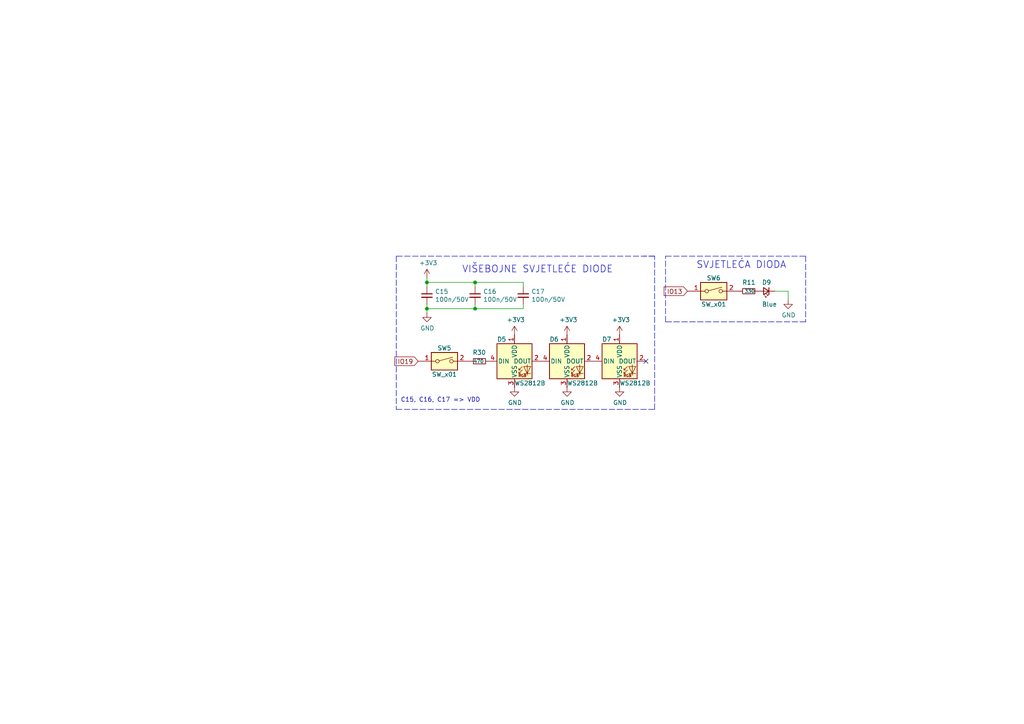
<source format=kicad_sch>
(kicad_sch (version 20211123) (generator eeschema)
  (paper "A4")
  (title_block (title "ESP32IoTPlatform") (date "2022-02-09") (rev "v4r1") (company "TVZ"))
  (lib_symbols
    (symbol "Device:C_Small" (pin_numbers hide) (pin_names (offset 0.254) hide)
      (property "Reference" "C" (at 0.254 1.778 0))
      (property "Value" "C_Small" (at 0.254 -2.032 0))
      (symbol "C_Small_0_1"
        (polyline (pts (xy -1.524 -0.508) (xy 1.524 -0.508)) (stroke (width 0.3302)))
        (polyline (pts (xy -1.524 0.508) (xy 1.524 0.508)) (stroke (width 0.3048)))
      )
      (symbol "C_Small_1_1"
        (pin passive line (at 0 2.54 270) (length 2.032) (name "~") (number "1"))
        (pin passive line (at 0 -2.54 90) (length 2.032) (name "~") (number "2"))
      )
    )
    (symbol "Device:LED_Small" (pin_numbers hide) (pin_names (offset 0.254) hide)
      (property "Reference" "D" (at -1.27 3.175 0))
      (property "Value" "LED_Small" (at -4.445 -2.54 0))
      (symbol "LED_Small_0_1"
        (polyline (pts (xy -0.762 -1.016) (xy -0.762 1.016)) (stroke (width 0.254)))
        (polyline (pts (xy 1.016 0) (xy -0.762 0)))
        (polyline (pts (xy 0.762 -1.016) (xy -0.762 0) (xy 0.762 1.016) (xy 0.762 -1.016)) (stroke (width 0.254)))
        (polyline (pts (xy 0 0.762) (xy -0.508 1.27) (xy -0.254 1.27) (xy -0.508 1.27) (xy -0.508 1.016)))
        (polyline (pts (xy 0.508 1.27) (xy 0 1.778) (xy 0.254 1.778) (xy 0 1.778) (xy 0 1.524)))
      )
      (symbol "LED_Small_1_1"
        (pin passive line (at -2.54 0 0) (length 1.778) (name "K") (number "1"))
        (pin passive line (at 2.54 0 180) (length 1.778) (name "A") (number "2"))
      )
    )
    (symbol "Device:R_Small" (pin_numbers hide) (pin_names (offset 0.254) hide)
      (property "Reference" "R" (at 0.762 0.508 0))
      (property "Value" "R_Small" (at 0.762 -1.016 0))
      (symbol "R_Small_0_1"
        (rectangle (start -0.762 1.778) (end 0.762 -1.778) (stroke (width 0.2032)))
      )
      (symbol "R_Small_1_1"
        (pin passive line (at 0 2.54 270) (length 0.762) (name "~") (number "1"))
        (pin passive line (at 0 -2.54 90) (length 0.762) (name "~") (number "2"))
      )
    )
    (symbol "LED:WS2812B" (pin_names (offset 0.254))
      (property "Reference" "D" (at 5.08 5.715 0))
      (property "Value" "WS2812B" (at 1.27 -5.715 0))
      (symbol "WS2812B_0_0"
        (text "RGB" (at 2.286 -4.191 0) (effects (font (size 0.762 0.762))))
      )
      (symbol "WS2812B_0_1"
        (polyline (pts (xy 1.27 -3.556) (xy 1.778 -3.556)))
        (polyline (pts (xy 1.27 -2.54) (xy 1.778 -2.54)))
        (polyline (pts (xy 4.699 -3.556) (xy 2.667 -3.556)))
        (polyline (pts (xy 2.286 -2.54) (xy 1.27 -3.556) (xy 1.27 -3.048)))
        (polyline (pts (xy 2.286 -1.524) (xy 1.27 -2.54) (xy 1.27 -2.032)))
        (polyline (pts (xy 3.683 -1.016) (xy 3.683 -3.556) (xy 3.683 -4.064)))
        (polyline (pts (xy 4.699 -1.524) (xy 2.667 -1.524) (xy 3.683 -3.556) (xy 4.699 -1.524)))
        (rectangle (start 5.08 5.08) (end -5.08 -5.08) (stroke (width 0.254)) (fill (type background)))
      )
      (symbol "WS2812B_1_1"
        (pin power_in line (at 0 7.62 270) (length 2.54) (name "VDD") (number "1"))
        (pin output line (at 7.62 0 180) (length 2.54) (name "DOUT") (number "2"))
        (pin power_in line (at 0 -7.62 90) (length 2.54) (name "VSS") (number "3"))
        (pin input line (at -7.62 0 0) (length 2.54) (name "DIN") (number "4"))
      )
    )
    (symbol "Switch:SW_DIP_x01" (pin_names (offset 0) hide)
      (property "Reference" "SW" (at 0 3.81 0))
      (property "Value" "SW_DIP_x01" (at 0 -3.81 0))
      (symbol "SW_DIP_x01_0_0"
        (circle (center -2.032 0) (radius 0.508))
        (polyline (pts (xy -1.524 0.127) (xy 2.3622 1.1684)))
        (circle (center 2.032 0) (radius 0.508))
      )
      (symbol "SW_DIP_x01_0_1"
        (rectangle (start -3.81 2.54) (end 3.81 -2.54) (stroke (width 0.254)) (fill (type background)))
      )
      (symbol "SW_DIP_x01_1_1"
        (pin passive line (at -7.62 0 0) (length 5.08) (name "~") (number "1"))
        (pin passive line (at 7.62 0 180) (length 5.08) (name "~") (number "2"))
      )
    )
    (symbol "power:+3V3" (power) (pin_names (offset 0))
      (property "Value" "+3V3" (at 0 3.556 0))
      (symbol "+3V3_0_1"
        (polyline (pts (xy -0.762 1.27) (xy 0 2.54)))
        (polyline (pts (xy 0 0) (xy 0 2.54)))
        (polyline (pts (xy 0 2.54) (xy 0.762 1.27)))
      )
      (symbol "+3V3_1_1"
        (pin power_in line (at 0 0 90) (length 0) hide (name "+3V3") (number "1"))
      )
    )
    (symbol "power:GND" (power) (pin_names (offset 0))
      (property "Value" "GND" (at 0 -3.81 0))
      (symbol "GND_0_1"
        (polyline (pts (xy 0 0) (xy 0 -1.27) (xy 1.27 -1.27) (xy 0 -2.54) (xy -1.27 -1.27) (xy 0 -1.27)))
      )
      (symbol "GND_1_1"
        (pin power_in line (at 0 0 270) (length 0) hide (name "GND") (number "1"))
      )
    )
  )
  (junction (at 123.825 89.535))
  (junction (at 137.795 89.535))
  (junction (at 123.825 81.915))
  (junction (at 137.795 81.915))
  (no_connect (at 187.325 104.775))
  (polyline (pts (xy 114.935 74.295) (xy 114.935 118.745)))
  (polyline (pts (xy 189.865 74.295) (xy 186.69 74.295)))
  (wire (pts (xy 151.765 81.915) (xy 151.765 83.185)))
  (wire (pts (xy 123.825 88.265) (xy 123.825 89.535)))
  (polyline (pts (xy 233.68 74.295) (xy 233.68 93.345)))
  (wire (pts (xy 137.795 81.915) (xy 137.795 83.185)))
  (wire (pts (xy 123.825 81.915) (xy 123.825 80.645)))
  (wire (pts (xy 228.6 84.455) (xy 224.79 84.455)))
  (wire (pts (xy 137.795 89.535) (xy 151.765 89.535)))
  (wire (pts (xy 123.825 89.535) (xy 123.825 90.805)))
  (wire (pts (xy 137.795 89.535) (xy 137.795 88.265)))
  (wire (pts (xy 228.6 86.995) (xy 228.6 84.455)))
  (polyline (pts (xy 193.04 74.295) (xy 233.68 74.295)))
  (wire (pts (xy 151.765 89.535) (xy 151.765 88.265)))
  (polyline (pts (xy 189.865 118.745) (xy 189.865 74.295)))
  (polyline (pts (xy 189.865 74.295) (xy 114.935 74.295)))
  (wire (pts (xy 123.825 81.915) (xy 137.795 81.915)))
  (wire (pts (xy 137.795 81.915) (xy 151.765 81.915)))
  (polyline (pts (xy 233.68 93.345) (xy 193.04 93.345)))
  (polyline (pts (xy 114.935 118.745) (xy 189.865 118.745)))
  (polyline (pts (xy 193.04 93.345) (xy 193.04 74.295)))
  (wire (pts (xy 123.825 89.535) (xy 137.795 89.535)))
  (wire (pts (xy 123.825 83.185) (xy 123.825 81.915)))
  (text "SVJETLEĆA DIODA" (at 201.93 78.105 0) (effects (font (size 2.0066 2.0066)) (justify left bottom)))
  (text "VIŠEBOJNE SVJETLEĆE DIODE" (at 133.985 79.375 0) (effects (font (size 2.0066 2.0066)) (justify left bottom)))
  (text "C15, C16, C17 => VDD" (at 116.205 116.84 0) (effects (font (size 1.27 1.27)) (justify left bottom)))
  (global_label "IO19" (shape input) (at 121.285 104.775 180) (property "Intersheet References" "${INTERSHEET_REFS}" (effects hide)))
  (global_label "IO13" (shape input) (at 199.39 84.455 180) (property "Intersheet References" "${INTERSHEET_REFS}" (effects hide)))
  (symbol (lib_id "power:+3V3") (at 164.465 97.155 0) (unit 1)
    (property "Reference" "#PWR0163" (effects hide))
    (property "Value" "+3V3" (at 164.846 92.7608 0))
  )
  (symbol (lib_id "Device:R_Small") (at 217.17 84.455 90) (unit 1)
    (property "Reference" "R11" (at 215.265 81.915 90) (effects (justify right)))
    (property "Value" "330" (at 215.9 84.455 90) (effects (font (size 1 1)) (justify right)))
    (property "Footprint" "Resistor_SMD:R_0805_2012Metric" (effects hide))
  )
  (symbol (lib_id "Device:C_Small") (at 123.825 85.725 0) (unit 1)
    (property "Reference" "C15" (at 126.1618 84.5566 0) (effects (justify left)))
    (property "Value" "100n/50V" (at 126.1618 86.868 0) (effects (justify left)))
    (property "Footprint" "Capacitor_SMD:C_0805_2012Metric" (effects hide))
  )
  (symbol (lib_id "power:GND") (at 123.825 90.805 0) (unit 1)
    (property "Reference" "#PWR0162" (effects hide))
    (property "Value" "GND" (at 123.952 95.1992 0))
  )
  (symbol (lib_id "Switch:SW_DIP_x01") (at 128.905 104.775 0) (unit 1)
    (property "Reference" "SW5" (at 128.905 100.965 0))
    (property "Value" "SW_x01" (at 128.905 108.585 0))
    (property "Footprint" "Button_Switch_SMD:SW_DIP_SPSTx01_Slide_6.7x4.1mm_W6.73mm_P2.54mm_LowProfile_JPin" (effects hide))
  )
  (symbol (lib_id "power:GND") (at 149.225 112.395 0) (unit 1)
    (property "Reference" "#PWR0166" (effects hide))
    (property "Value" "GND" (at 149.352 116.7892 0))
  )
  (symbol (lib_id "LED:WS2812B") (at 164.465 104.775 0) (unit 1)
    (property "Reference" "D6" (at 159.385 98.425 0) (effects (justify left)))
    (property "Value" "WS2812B" (at 164.465 111.125 0) (effects (justify left)))
    (property "Footprint" "LED_SMD:LED_WS2812B_PLCC4_5.0x5.0mm_P3.2mm" (effects hide))
    (property "Datasheet" "https://cdn-shop.adafruit.com/datasheets/WS2812B.pdf" (effects hide))
  )
  (symbol (lib_id "Device:R_Small") (at 139.065 104.775 270) (unit 1)
    (property "Reference" "R30" (at 140.97 102.235 90) (effects (justify right)))
    (property "Value" "470" (at 140.335 104.775 90) (effects (font (size 1 1)) (justify right)))
    (property "Footprint" "Resistor_SMD:R_0805_2012Metric" (effects hide))
  )
  (symbol (lib_id "power:GND") (at 164.465 112.395 0) (unit 1)
    (property "Reference" "#PWR0167" (effects hide))
    (property "Value" "GND" (at 164.592 116.7892 0))
  )
  (symbol (lib_id "Device:C_Small") (at 137.795 85.725 0) (unit 1)
    (property "Reference" "C16" (at 140.1318 84.5566 0) (effects (justify left)))
    (property "Value" "100n/50V" (at 140.1318 86.868 0) (effects (justify left)))
    (property "Footprint" "Capacitor_SMD:C_0805_2012Metric" (effects hide))
  )
  (symbol (lib_id "Device:C_Small") (at 151.765 85.725 0) (unit 1)
    (property "Reference" "C17" (at 154.1018 84.5566 0) (effects (justify left)))
    (property "Value" "100n/50V" (at 154.1018 86.868 0) (effects (justify left)))
    (property "Footprint" "Capacitor_SMD:C_0805_2012Metric" (effects hide))
  )
  (symbol (lib_id "Switch:SW_DIP_x01") (at 207.01 84.455 0) (unit 1)
    (property "Reference" "SW6" (at 207.01 80.645 0))
    (property "Value" "SW_x01" (at 207.01 88.265 0))
    (property "Footprint" "Button_Switch_SMD:SW_DIP_SPSTx01_Slide_6.7x4.1mm_W6.73mm_P2.54mm_LowProfile_JPin" (effects hide))
  )
  (symbol (lib_id "LED:WS2812B") (at 179.705 104.775 0) (unit 1)
    (property "Reference" "D7" (at 174.625 98.425 0) (effects (justify left)))
    (property "Value" "WS2812B" (at 179.705 111.125 0) (effects (justify left)))
    (property "Footprint" "LED_SMD:LED_WS2812B_PLCC4_5.0x5.0mm_P3.2mm" (effects hide))
    (property "Datasheet" "https://cdn-shop.adafruit.com/datasheets/WS2812B.pdf" (effects hide))
  )
  (symbol (lib_id "power:GND") (at 179.705 112.395 0) (unit 1)
    (property "Reference" "#PWR0165" (effects hide))
    (property "Value" "GND" (at 179.832 116.7892 0))
  )
  (symbol (lib_id "power:+3V3") (at 123.825 80.645 0) (unit 1)
    (property "Reference" "#PWR0161" (effects hide))
    (property "Value" "+3V3" (at 124.206 76.2508 0))
  )
  (symbol (lib_id "power:+3V3") (at 149.225 97.155 0) (unit 1)
    (property "Reference" "#PWR0160" (effects hide))
    (property "Value" "+3V3" (at 149.606 92.7608 0))
  )
  (symbol (lib_id "power:+3V3") (at 179.705 97.155 0) (unit 1)
    (property "Reference" "#PWR0164" (effects hide))
    (property "Value" "+3V3" (at 180.086 92.7608 0))
  )
  (symbol (lib_id "power:GND") (at 228.6 86.995 0) (unit 1)
    (property "Reference" "#PWR0168" (effects hide))
    (property "Value" "GND" (at 228.727 91.3892 0))
  )
  (symbol (lib_id "LED:WS2812B") (at 149.225 104.775 0) (unit 1)
    (property "Reference" "D5" (at 144.145 98.425 0) (effects (justify left)))
    (property "Value" "WS2812B" (at 149.225 111.125 0) (effects (justify left)))
    (property "Footprint" "LED_SMD:LED_WS2812B_PLCC4_5.0x5.0mm_P3.2mm" (effects hide))
    (property "Datasheet" "https://cdn-shop.adafruit.com/datasheets/WS2812B.pdf" (effects hide))
  )
  (symbol (lib_id "Device:LED_Small") (at 222.25 84.455 180) (unit 1)
    (property "Reference" "D9" (at 220.98 81.915 0) (effects (justify right)))
    (property "Value" "Blue" (at 220.98 88.265 0) (effects (justify right)))
    (property "Footprint" "LED_SMD:LED_1206_3216Metric" (effects hide))
  )
)
</source>
